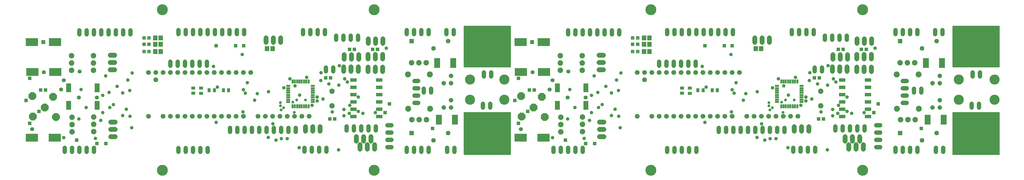
<source format=gts>
G75*
%MOIN*%
%OFA0B0*%
%FSLAX25Y25*%
%IPPOS*%
%LPD*%
%AMOC8*
5,1,8,0,0,1.08239X$1,22.5*
%
%ADD10C,0.01600*%
%ADD11R,0.05131X0.04737*%
%ADD12C,0.06800*%
%ADD13OC8,0.10800*%
%ADD14R,0.08700X0.05100*%
%ADD15C,0.06600*%
%ADD16C,0.07550*%
%ADD17R,0.05800X0.03000*%
%ADD18R,0.03000X0.05800*%
%ADD19C,0.07300*%
%ADD20C,0.06000*%
%ADD21R,0.16548X0.10643*%
%ADD22R,0.06981X0.11902*%
%ADD23R,0.03950X0.05524*%
%ADD24R,0.05524X0.03950*%
%ADD25R,0.06343X0.06343*%
%ADD26C,0.06343*%
%ADD27R,0.07887X0.13398*%
%ADD28OC8,0.06000*%
%ADD29C,0.08200*%
%ADD30R,0.05918X0.06706*%
%ADD31C,0.01421*%
%ADD32R,0.02769X0.13792*%
%ADD33R,0.02375X0.02769*%
%ADD34R,0.05918X0.13792*%
%ADD35R,0.04737X0.05131*%
%ADD36C,0.14973*%
%ADD37C,0.13792*%
%ADD38C,0.04762*%
%ADD39R,0.04762X0.04762*%
%ADD40C,0.03900*%
%ADD41C,0.05550*%
%ADD42R,0.05550X0.05550*%
%ADD43R,0.03900X0.03900*%
D10*
X0719526Y0125902D02*
X0782518Y0125902D01*
X0782518Y0182988D01*
X0719526Y0182988D01*
X0719526Y0125902D01*
X0719526Y0127130D02*
X0782518Y0127130D01*
X0782518Y0128729D02*
X0719526Y0128729D01*
X0719526Y0130327D02*
X0782518Y0130327D01*
X0782518Y0131926D02*
X0719526Y0131926D01*
X0719526Y0133524D02*
X0782518Y0133524D01*
X0782518Y0135123D02*
X0719526Y0135123D01*
X0719526Y0136721D02*
X0782518Y0136721D01*
X0782518Y0138320D02*
X0719526Y0138320D01*
X0719526Y0139918D02*
X0782518Y0139918D01*
X0782518Y0141517D02*
X0719526Y0141517D01*
X0719526Y0143115D02*
X0782518Y0143115D01*
X0782518Y0144714D02*
X0719526Y0144714D01*
X0719526Y0146312D02*
X0782518Y0146312D01*
X0782518Y0147911D02*
X0719526Y0147911D01*
X0719526Y0149509D02*
X0782518Y0149509D01*
X0782518Y0151108D02*
X0719526Y0151108D01*
X0719526Y0152706D02*
X0782518Y0152706D01*
X0782518Y0154305D02*
X0719526Y0154305D01*
X0719526Y0155903D02*
X0782518Y0155903D01*
X0782518Y0157502D02*
X0719526Y0157502D01*
X0719526Y0159100D02*
X0782518Y0159100D01*
X0782518Y0160699D02*
X0719526Y0160699D01*
X0719526Y0162297D02*
X0782518Y0162297D01*
X0782518Y0163896D02*
X0719526Y0163896D01*
X0719526Y0165494D02*
X0782518Y0165494D01*
X0782518Y0167093D02*
X0719526Y0167093D01*
X0719526Y0168691D02*
X0782518Y0168691D01*
X0782518Y0170290D02*
X0719526Y0170290D01*
X0719526Y0171888D02*
X0782518Y0171888D01*
X0782518Y0173487D02*
X0719526Y0173487D01*
X0719526Y0175085D02*
X0782518Y0175085D01*
X0782518Y0176684D02*
X0719526Y0176684D01*
X0719526Y0178282D02*
X0782518Y0178282D01*
X0782518Y0179881D02*
X0719526Y0179881D01*
X0719526Y0181479D02*
X0782518Y0181479D01*
X0782518Y0245980D02*
X0719526Y0245980D01*
X0719526Y0301098D01*
X0782518Y0301098D01*
X0782518Y0245980D01*
X0782518Y0247018D02*
X0719526Y0247018D01*
X0719526Y0248617D02*
X0782518Y0248617D01*
X0782518Y0250215D02*
X0719526Y0250215D01*
X0719526Y0251814D02*
X0782518Y0251814D01*
X0782518Y0253412D02*
X0719526Y0253412D01*
X0719526Y0255011D02*
X0782518Y0255011D01*
X0782518Y0256610D02*
X0719526Y0256610D01*
X0719526Y0258208D02*
X0782518Y0258208D01*
X0782518Y0259807D02*
X0719526Y0259807D01*
X0719526Y0261405D02*
X0782518Y0261405D01*
X0782518Y0263004D02*
X0719526Y0263004D01*
X0719526Y0264602D02*
X0782518Y0264602D01*
X0782518Y0266201D02*
X0719526Y0266201D01*
X0719526Y0267799D02*
X0782518Y0267799D01*
X0782518Y0269398D02*
X0719526Y0269398D01*
X0719526Y0270996D02*
X0782518Y0270996D01*
X0782518Y0272595D02*
X0719526Y0272595D01*
X0719526Y0274193D02*
X0782518Y0274193D01*
X0782518Y0275792D02*
X0719526Y0275792D01*
X0719526Y0277390D02*
X0782518Y0277390D01*
X0782518Y0278989D02*
X0719526Y0278989D01*
X0719526Y0280587D02*
X0782518Y0280587D01*
X0782518Y0282186D02*
X0719526Y0282186D01*
X0719526Y0283784D02*
X0782518Y0283784D01*
X0782518Y0285383D02*
X0719526Y0285383D01*
X0719526Y0286981D02*
X0782518Y0286981D01*
X0782518Y0288580D02*
X0719526Y0288580D01*
X0719526Y0290178D02*
X0782518Y0290178D01*
X0782518Y0291777D02*
X0719526Y0291777D01*
X0719526Y0293375D02*
X0782518Y0293375D01*
X0782518Y0294974D02*
X0719526Y0294974D01*
X0719526Y0296572D02*
X0782518Y0296572D01*
X0782518Y0298171D02*
X0719526Y0298171D01*
X0719526Y0299769D02*
X0782518Y0299769D01*
X1388817Y0299769D02*
X1451809Y0299769D01*
X1451809Y0301098D02*
X1388817Y0301098D01*
X1388817Y0245980D01*
X1451809Y0245980D01*
X1451809Y0301098D01*
X1451809Y0298171D02*
X1388817Y0298171D01*
X1388817Y0296572D02*
X1451809Y0296572D01*
X1451809Y0294974D02*
X1388817Y0294974D01*
X1388817Y0293375D02*
X1451809Y0293375D01*
X1451809Y0291777D02*
X1388817Y0291777D01*
X1388817Y0290178D02*
X1451809Y0290178D01*
X1451809Y0288580D02*
X1388817Y0288580D01*
X1388817Y0286981D02*
X1451809Y0286981D01*
X1451809Y0285383D02*
X1388817Y0285383D01*
X1388817Y0283784D02*
X1451809Y0283784D01*
X1451809Y0282186D02*
X1388817Y0282186D01*
X1388817Y0280587D02*
X1451809Y0280587D01*
X1451809Y0278989D02*
X1388817Y0278989D01*
X1388817Y0277390D02*
X1451809Y0277390D01*
X1451809Y0275792D02*
X1388817Y0275792D01*
X1388817Y0274193D02*
X1451809Y0274193D01*
X1451809Y0272595D02*
X1388817Y0272595D01*
X1388817Y0270996D02*
X1451809Y0270996D01*
X1451809Y0269398D02*
X1388817Y0269398D01*
X1388817Y0267799D02*
X1451809Y0267799D01*
X1451809Y0266201D02*
X1388817Y0266201D01*
X1388817Y0264602D02*
X1451809Y0264602D01*
X1451809Y0263004D02*
X1388817Y0263004D01*
X1388817Y0261405D02*
X1451809Y0261405D01*
X1451809Y0259807D02*
X1388817Y0259807D01*
X1388817Y0258208D02*
X1451809Y0258208D01*
X1451809Y0256610D02*
X1388817Y0256610D01*
X1388817Y0255011D02*
X1451809Y0255011D01*
X1451809Y0253412D02*
X1388817Y0253412D01*
X1388817Y0251814D02*
X1451809Y0251814D01*
X1451809Y0250215D02*
X1388817Y0250215D01*
X1388817Y0248617D02*
X1451809Y0248617D01*
X1451809Y0247018D02*
X1388817Y0247018D01*
X1388817Y0182988D02*
X1451809Y0182988D01*
X1451809Y0125902D01*
X1388817Y0125902D01*
X1388817Y0182988D01*
X1388817Y0181479D02*
X1451809Y0181479D01*
X1451809Y0179881D02*
X1388817Y0179881D01*
X1388817Y0178282D02*
X1451809Y0178282D01*
X1451809Y0176684D02*
X1388817Y0176684D01*
X1388817Y0175085D02*
X1451809Y0175085D01*
X1451809Y0173487D02*
X1388817Y0173487D01*
X1388817Y0171888D02*
X1451809Y0171888D01*
X1451809Y0170290D02*
X1388817Y0170290D01*
X1388817Y0168691D02*
X1451809Y0168691D01*
X1451809Y0167093D02*
X1388817Y0167093D01*
X1388817Y0165494D02*
X1451809Y0165494D01*
X1451809Y0163896D02*
X1388817Y0163896D01*
X1388817Y0162297D02*
X1451809Y0162297D01*
X1451809Y0160699D02*
X1388817Y0160699D01*
X1388817Y0159100D02*
X1451809Y0159100D01*
X1451809Y0157502D02*
X1388817Y0157502D01*
X1388817Y0155903D02*
X1451809Y0155903D01*
X1451809Y0154305D02*
X1388817Y0154305D01*
X1388817Y0152706D02*
X1451809Y0152706D01*
X1451809Y0151108D02*
X1388817Y0151108D01*
X1388817Y0149509D02*
X1451809Y0149509D01*
X1451809Y0147911D02*
X1388817Y0147911D01*
X1388817Y0146312D02*
X1451809Y0146312D01*
X1451809Y0144714D02*
X1388817Y0144714D01*
X1388817Y0143115D02*
X1451809Y0143115D01*
X1451809Y0141517D02*
X1388817Y0141517D01*
X1388817Y0139918D02*
X1451809Y0139918D01*
X1451809Y0138320D02*
X1388817Y0138320D01*
X1388817Y0136721D02*
X1451809Y0136721D01*
X1451809Y0135123D02*
X1388817Y0135123D01*
X1388817Y0133524D02*
X1451809Y0133524D01*
X1451809Y0131926D02*
X1388817Y0131926D01*
X1388817Y0130327D02*
X1451809Y0130327D01*
X1451809Y0128729D02*
X1388817Y0128729D01*
X1388817Y0127130D02*
X1451809Y0127130D01*
D11*
X1211385Y0174209D03*
X1204693Y0174209D03*
X1205726Y0230665D03*
X1199033Y0230665D03*
X0815392Y0213992D03*
X0808699Y0213992D03*
X0542094Y0174209D03*
X0535401Y0174209D03*
X0536435Y0230665D03*
X0529742Y0230665D03*
X0146100Y0213992D03*
X0139407Y0213992D03*
D12*
X0234793Y0241650D02*
X0240793Y0241650D01*
X0240793Y0251650D02*
X0234793Y0251650D01*
X0234793Y0261650D02*
X0240793Y0261650D01*
X0448112Y0279382D02*
X0448112Y0285382D01*
X0458112Y0285382D02*
X0458112Y0279382D01*
X0468112Y0279382D02*
X0468112Y0285382D01*
X0555297Y0262374D02*
X0555297Y0256374D01*
X0565297Y0256374D02*
X0565297Y0262374D01*
X0575297Y0262374D02*
X0575297Y0256374D01*
X0587974Y0256453D02*
X0587974Y0262453D01*
X0597974Y0262453D02*
X0597974Y0256453D01*
X0607974Y0256453D02*
X0607974Y0262453D01*
X0608100Y0277835D02*
X0608100Y0283835D01*
X0598100Y0283835D02*
X0598100Y0277835D01*
X0588100Y0277835D02*
X0588100Y0283835D01*
X0587974Y0245366D02*
X0587974Y0239366D01*
X0597974Y0239366D02*
X0597974Y0245366D01*
X0607974Y0245366D02*
X0607974Y0239366D01*
X0574510Y0239681D02*
X0574510Y0245681D01*
X0564510Y0245681D02*
X0564510Y0239681D01*
X0554510Y0239681D02*
X0554510Y0245681D01*
X0241581Y0169988D02*
X0235581Y0169988D01*
X0235581Y0159988D02*
X0241581Y0159988D01*
X0241581Y0149988D02*
X0235581Y0149988D01*
X0502072Y0157490D02*
X0502072Y0163490D01*
X0512072Y0163490D02*
X0512072Y0157490D01*
X0522072Y0157490D02*
X0522072Y0163490D01*
X0571993Y0149955D02*
X0571993Y0143955D01*
X0576793Y0138744D02*
X0576793Y0132744D01*
X0586793Y0132744D02*
X0586793Y0138744D01*
X0581993Y0143955D02*
X0581993Y0149955D01*
X0591993Y0149955D02*
X0591993Y0143955D01*
X0596793Y0138744D02*
X0596793Y0132744D01*
X0904872Y0149988D02*
X0910872Y0149988D01*
X0910872Y0159988D02*
X0904872Y0159988D01*
X0904872Y0169988D02*
X0910872Y0169988D01*
X1171363Y0163490D02*
X1171363Y0157490D01*
X1181363Y0157490D02*
X1181363Y0163490D01*
X1191363Y0163490D02*
X1191363Y0157490D01*
X1241285Y0149955D02*
X1241285Y0143955D01*
X1246085Y0138744D02*
X1246085Y0132744D01*
X1256085Y0132744D02*
X1256085Y0138744D01*
X1251285Y0143955D02*
X1251285Y0149955D01*
X1261285Y0149955D02*
X1261285Y0143955D01*
X1266085Y0138744D02*
X1266085Y0132744D01*
X1267266Y0239366D02*
X1267266Y0245366D01*
X1277266Y0245366D02*
X1277266Y0239366D01*
X1257266Y0239366D02*
X1257266Y0245366D01*
X1243801Y0245681D02*
X1243801Y0239681D01*
X1233801Y0239681D02*
X1233801Y0245681D01*
X1223801Y0245681D02*
X1223801Y0239681D01*
X1224589Y0256374D02*
X1224589Y0262374D01*
X1234589Y0262374D02*
X1234589Y0256374D01*
X1244589Y0256374D02*
X1244589Y0262374D01*
X1257266Y0262453D02*
X1257266Y0256453D01*
X1267266Y0256453D02*
X1267266Y0262453D01*
X1277266Y0262453D02*
X1277266Y0256453D01*
X1277392Y0277835D02*
X1277392Y0283835D01*
X1267392Y0283835D02*
X1267392Y0277835D01*
X1257392Y0277835D02*
X1257392Y0283835D01*
X1137404Y0285382D02*
X1137404Y0279382D01*
X1127404Y0279382D02*
X1127404Y0285382D01*
X1117404Y0285382D02*
X1117404Y0279382D01*
X0910085Y0261650D02*
X0904085Y0261650D01*
X0904085Y0251650D02*
X0910085Y0251650D01*
X0910085Y0241650D02*
X0904085Y0241650D01*
D13*
X0825707Y0204484D03*
X0797360Y0205665D03*
X0814407Y0189878D03*
X0829801Y0176807D03*
X0798305Y0177516D03*
X0160510Y0176807D03*
X0129014Y0177516D03*
X0145116Y0189878D03*
X0156415Y0204484D03*
X0128069Y0205665D03*
D14*
X0567889Y0207634D03*
X0567889Y0217634D03*
X0567889Y0227634D03*
X0603289Y0227634D03*
X0603289Y0217634D03*
X0603289Y0207634D03*
X0603289Y0197634D03*
X0603289Y0187634D03*
X0603289Y0177634D03*
X0567889Y0177634D03*
X0567889Y0187634D03*
X0567889Y0197634D03*
X1237180Y0197634D03*
X1272580Y0197634D03*
X1272580Y0207634D03*
X1272580Y0217634D03*
X1237180Y0217634D03*
X1237180Y0207634D03*
X1237180Y0227634D03*
X1272580Y0227634D03*
X1272580Y0187634D03*
X1237180Y0187634D03*
X1237180Y0177634D03*
X1272580Y0177634D03*
D15*
X1176392Y0177862D03*
X1166392Y0177862D03*
X1156392Y0177862D03*
X1146392Y0177862D03*
X1136392Y0177862D03*
X1126392Y0177862D03*
X1116392Y0177862D03*
X1106392Y0177862D03*
X1086392Y0177862D03*
X1076392Y0177862D03*
X1066392Y0177862D03*
X1056392Y0177862D03*
X1046392Y0177862D03*
X1036392Y0177862D03*
X1026392Y0177862D03*
X1016392Y0177862D03*
X1006392Y0177862D03*
X0996392Y0177862D03*
X0986392Y0177862D03*
X0976392Y0177862D03*
X0956392Y0177862D03*
X0966392Y0227862D03*
X0966392Y0237862D03*
X0976392Y0237862D03*
X0986392Y0237862D03*
X0996392Y0237862D03*
X1006392Y0237862D03*
X1016392Y0237862D03*
X1026392Y0237862D03*
X1036392Y0237862D03*
X1046392Y0237862D03*
X1056392Y0237862D03*
X1066392Y0237862D03*
X1076392Y0237862D03*
X1086392Y0237862D03*
X1096392Y0237862D03*
X0956392Y0237862D03*
X0507100Y0177862D03*
X0497100Y0177862D03*
X0487100Y0177862D03*
X0477100Y0177862D03*
X0467100Y0177862D03*
X0457100Y0177862D03*
X0447100Y0177862D03*
X0437100Y0177862D03*
X0417100Y0177862D03*
X0407100Y0177862D03*
X0397100Y0177862D03*
X0387100Y0177862D03*
X0377100Y0177862D03*
X0367100Y0177862D03*
X0357100Y0177862D03*
X0347100Y0177862D03*
X0337100Y0177862D03*
X0327100Y0177862D03*
X0317100Y0177862D03*
X0307100Y0177862D03*
X0287100Y0177862D03*
X0297100Y0227862D03*
X0297100Y0237862D03*
X0287100Y0237862D03*
X0307100Y0237862D03*
X0317100Y0237862D03*
X0327100Y0237862D03*
X0337100Y0237862D03*
X0347100Y0237862D03*
X0357100Y0237862D03*
X0367100Y0237862D03*
X0377100Y0237862D03*
X0387100Y0237862D03*
X0397100Y0237862D03*
X0407100Y0237862D03*
X0417100Y0237862D03*
X0427100Y0237862D03*
D16*
X0211793Y0240941D03*
X0181998Y0240862D03*
X0181998Y0250862D03*
X0211793Y0250941D03*
X0211793Y0260941D03*
X0181998Y0260862D03*
X0182675Y0176650D03*
X0212085Y0177043D03*
X0212085Y0167043D03*
X0182675Y0166650D03*
X0182675Y0156650D03*
X0212085Y0157043D03*
X0647852Y0173146D03*
X0657852Y0173146D03*
X0667852Y0173146D03*
X0851967Y0176650D03*
X0881376Y0177043D03*
X0881376Y0167043D03*
X0851967Y0166650D03*
X0851967Y0156650D03*
X0881376Y0157043D03*
X0881085Y0240941D03*
X0851289Y0240862D03*
X0851289Y0250862D03*
X0881085Y0250941D03*
X0881085Y0260941D03*
X0851289Y0260862D03*
X0667360Y0251394D03*
X0657360Y0251394D03*
X0647360Y0251394D03*
X1316652Y0251394D03*
X1326652Y0251394D03*
X1336652Y0251394D03*
X1337144Y0173146D03*
X1327144Y0173146D03*
X1317144Y0173146D03*
D17*
X1181615Y0197484D03*
X1181615Y0200634D03*
X1181615Y0203783D03*
X1181615Y0206933D03*
X1181615Y0210083D03*
X1181615Y0213232D03*
X1181615Y0216382D03*
X1181615Y0219531D03*
X1147815Y0219531D03*
X1147815Y0216382D03*
X1147815Y0213232D03*
X1147815Y0210083D03*
X1147815Y0206933D03*
X1147815Y0203783D03*
X1147815Y0200634D03*
X1147815Y0197484D03*
X0512323Y0197484D03*
X0512323Y0200634D03*
X0512323Y0203783D03*
X0512323Y0206933D03*
X0512323Y0210083D03*
X0512323Y0213232D03*
X0512323Y0216382D03*
X0512323Y0219531D03*
X0478523Y0219531D03*
X0478523Y0216382D03*
X0478523Y0213232D03*
X0478523Y0210083D03*
X0478523Y0206933D03*
X0478523Y0203783D03*
X0478523Y0200634D03*
X0478523Y0197484D03*
D18*
X0484400Y0191608D03*
X0487549Y0191608D03*
X0490699Y0191608D03*
X0493848Y0191608D03*
X0496998Y0191608D03*
X0500148Y0191608D03*
X0503297Y0191608D03*
X0506447Y0191608D03*
X0506447Y0225408D03*
X0503297Y0225408D03*
X0500148Y0225408D03*
X0496998Y0225408D03*
X0493848Y0225408D03*
X0490699Y0225408D03*
X0487549Y0225408D03*
X0484400Y0225408D03*
X1153691Y0225408D03*
X1156841Y0225408D03*
X1159990Y0225408D03*
X1163140Y0225408D03*
X1166289Y0225408D03*
X1169439Y0225408D03*
X1172589Y0225408D03*
X1175738Y0225408D03*
X1175738Y0191608D03*
X1172589Y0191608D03*
X1169439Y0191608D03*
X1166289Y0191608D03*
X1163140Y0191608D03*
X1159990Y0191608D03*
X1156841Y0191608D03*
X1153691Y0191608D03*
D19*
X1207726Y0192185D03*
X1207726Y0212185D03*
X0538435Y0212185D03*
X0538435Y0192185D03*
D20*
X0614563Y0165429D02*
X0619763Y0165429D01*
X0598667Y0163738D02*
X0598667Y0158538D01*
X0588667Y0158538D02*
X0588667Y0163738D01*
X0578667Y0163738D02*
X0578667Y0158538D01*
X0568667Y0158538D02*
X0568667Y0163738D01*
X0558667Y0163738D02*
X0558667Y0158538D01*
X0614563Y0155429D02*
X0619763Y0155429D01*
X0619763Y0145429D02*
X0614563Y0145429D01*
X0614563Y0135429D02*
X0619763Y0135429D01*
X0640963Y0134407D02*
X0640963Y0129207D01*
X0650963Y0129207D02*
X0650963Y0134407D01*
X0660963Y0134407D02*
X0660963Y0129207D01*
X0670963Y0129207D02*
X0670963Y0134407D01*
X0696081Y0134407D02*
X0696081Y0129207D01*
X0706081Y0129207D02*
X0706081Y0134407D01*
X0841886Y0134433D02*
X0841886Y0129233D01*
X0851886Y0129233D02*
X0851886Y0134433D01*
X0861886Y0134433D02*
X0861886Y0129233D01*
X0871886Y0129233D02*
X0871886Y0134433D01*
X0881886Y0134433D02*
X0881886Y0129233D01*
X0997427Y0129093D02*
X0997427Y0134293D01*
X1007427Y0134293D02*
X1007427Y0129093D01*
X1017427Y0129093D02*
X1017427Y0134293D01*
X1027427Y0134293D02*
X1027427Y0129093D01*
X1037427Y0129093D02*
X1037427Y0134293D01*
X1068176Y0156566D02*
X1068176Y0161766D01*
X1078176Y0161766D02*
X1078176Y0156566D01*
X1088176Y0156566D02*
X1088176Y0161766D01*
X1098176Y0161766D02*
X1098176Y0156566D01*
X1108176Y0156566D02*
X1108176Y0161766D01*
X1118176Y0161766D02*
X1118176Y0156566D01*
X1128176Y0156566D02*
X1128176Y0161766D01*
X1138176Y0161766D02*
X1138176Y0156566D01*
X1148176Y0156566D02*
X1148176Y0161766D01*
X1158176Y0161766D02*
X1158176Y0156566D01*
X1227959Y0158538D02*
X1227959Y0163738D01*
X1237959Y0163738D02*
X1237959Y0158538D01*
X1247959Y0158538D02*
X1247959Y0163738D01*
X1257959Y0163738D02*
X1257959Y0158538D01*
X1267959Y0158538D02*
X1267959Y0163738D01*
X1283855Y0165429D02*
X1289055Y0165429D01*
X1289055Y0155429D02*
X1283855Y0155429D01*
X1283855Y0145429D02*
X1289055Y0145429D01*
X1289055Y0135429D02*
X1283855Y0135429D01*
X1310254Y0134407D02*
X1310254Y0129207D01*
X1320254Y0129207D02*
X1320254Y0134407D01*
X1330254Y0134407D02*
X1330254Y0129207D01*
X1340254Y0129207D02*
X1340254Y0134407D01*
X1365372Y0134407D02*
X1365372Y0129207D01*
X1375372Y0129207D02*
X1375372Y0134407D01*
X1200230Y0134607D02*
X1200230Y0129407D01*
X1190230Y0129407D02*
X1190230Y0134607D01*
X1180230Y0134607D02*
X1180230Y0129407D01*
X1170230Y0129407D02*
X1170230Y0134607D01*
X1320185Y0196240D02*
X1325385Y0196240D01*
X1325385Y0206240D02*
X1320185Y0206240D01*
X1335352Y0210408D02*
X1335352Y0215608D01*
X1325385Y0216240D02*
X1320185Y0216240D01*
X1345352Y0215608D02*
X1345352Y0210408D01*
X1325385Y0226240D02*
X1320185Y0226240D01*
X1415729Y0232683D02*
X1415729Y0237883D01*
X1425729Y0237883D02*
X1425729Y0232683D01*
X1424585Y0194939D02*
X1424585Y0189739D01*
X1414585Y0189739D02*
X1414585Y0194939D01*
X1209526Y0239443D02*
X1209526Y0244643D01*
X1199526Y0244643D02*
X1199526Y0239443D01*
X1036356Y0247317D02*
X1036356Y0252517D01*
X1026356Y0252517D02*
X1026356Y0247317D01*
X1016356Y0247317D02*
X1016356Y0252517D01*
X1006356Y0252517D02*
X1006356Y0247317D01*
X0996356Y0247317D02*
X0996356Y0252517D01*
X0986356Y0252517D02*
X0986356Y0247317D01*
X0997360Y0290624D02*
X0997360Y0295824D01*
X1007360Y0295824D02*
X1007360Y0290624D01*
X1017360Y0290624D02*
X1017360Y0295824D01*
X1027360Y0295824D02*
X1027360Y0290624D01*
X1037360Y0290624D02*
X1037360Y0295824D01*
X1047360Y0295824D02*
X1047360Y0290624D01*
X1057360Y0290624D02*
X1057360Y0295824D01*
X1067360Y0295824D02*
X1067360Y0290624D01*
X1077360Y0290624D02*
X1077360Y0295824D01*
X1087360Y0295824D02*
X1087360Y0290624D01*
X1168030Y0290624D02*
X1168030Y0295824D01*
X1178030Y0295824D02*
X1178030Y0290624D01*
X1188030Y0290624D02*
X1188030Y0295824D01*
X1198030Y0295824D02*
X1198030Y0290624D01*
X1213502Y0288210D02*
X1213502Y0283010D01*
X1223502Y0283010D02*
X1223502Y0288210D01*
X1233502Y0288210D02*
X1233502Y0283010D01*
X1243502Y0283010D02*
X1243502Y0288210D01*
X1310254Y0290624D02*
X1310254Y0295824D01*
X1320254Y0295824D02*
X1320254Y0290624D01*
X1330254Y0290624D02*
X1330254Y0295824D01*
X1340254Y0295824D02*
X1340254Y0290624D01*
X1364368Y0290624D02*
X1364368Y0295824D01*
X1374368Y0295824D02*
X1374368Y0290624D01*
X0931886Y0290333D02*
X0931886Y0295533D01*
X0921886Y0295533D02*
X0921886Y0290333D01*
X0911886Y0290333D02*
X0911886Y0295533D01*
X0901886Y0295533D02*
X0901886Y0290333D01*
X0891886Y0290333D02*
X0891886Y0295533D01*
X0881886Y0295533D02*
X0881886Y0290333D01*
X0871886Y0290333D02*
X0871886Y0295533D01*
X0861886Y0295533D02*
X0861886Y0290333D01*
X0705077Y0290624D02*
X0705077Y0295824D01*
X0695077Y0295824D02*
X0695077Y0290624D01*
X0670963Y0290624D02*
X0670963Y0295824D01*
X0660963Y0295824D02*
X0660963Y0290624D01*
X0650963Y0290624D02*
X0650963Y0295824D01*
X0640963Y0295824D02*
X0640963Y0290624D01*
X0574211Y0288210D02*
X0574211Y0283010D01*
X0564211Y0283010D02*
X0564211Y0288210D01*
X0554211Y0288210D02*
X0554211Y0283010D01*
X0544211Y0283010D02*
X0544211Y0288210D01*
X0528738Y0290624D02*
X0528738Y0295824D01*
X0518738Y0295824D02*
X0518738Y0290624D01*
X0508738Y0290624D02*
X0508738Y0295824D01*
X0498738Y0295824D02*
X0498738Y0290624D01*
X0418069Y0290624D02*
X0418069Y0295824D01*
X0408069Y0295824D02*
X0408069Y0290624D01*
X0398069Y0290624D02*
X0398069Y0295824D01*
X0388069Y0295824D02*
X0388069Y0290624D01*
X0378069Y0290624D02*
X0378069Y0295824D01*
X0368069Y0295824D02*
X0368069Y0290624D01*
X0358069Y0290624D02*
X0358069Y0295824D01*
X0348069Y0295824D02*
X0348069Y0290624D01*
X0338069Y0290624D02*
X0338069Y0295824D01*
X0328069Y0295824D02*
X0328069Y0290624D01*
X0262595Y0290333D02*
X0262595Y0295533D01*
X0252595Y0295533D02*
X0252595Y0290333D01*
X0242595Y0290333D02*
X0242595Y0295533D01*
X0232595Y0295533D02*
X0232595Y0290333D01*
X0222595Y0290333D02*
X0222595Y0295533D01*
X0212595Y0295533D02*
X0212595Y0290333D01*
X0202595Y0290333D02*
X0202595Y0295533D01*
X0192595Y0295533D02*
X0192595Y0290333D01*
X0317065Y0252517D02*
X0317065Y0247317D01*
X0327065Y0247317D02*
X0327065Y0252517D01*
X0337065Y0252517D02*
X0337065Y0247317D01*
X0347065Y0247317D02*
X0347065Y0252517D01*
X0357065Y0252517D02*
X0357065Y0247317D01*
X0367065Y0247317D02*
X0367065Y0252517D01*
X0530234Y0244643D02*
X0530234Y0239443D01*
X0540234Y0239443D02*
X0540234Y0244643D01*
X0651359Y0226366D02*
X0656559Y0226366D01*
X0656559Y0216366D02*
X0651359Y0216366D01*
X0664093Y0215608D02*
X0664093Y0210408D01*
X0656559Y0206366D02*
X0651359Y0206366D01*
X0674093Y0210408D02*
X0674093Y0215608D01*
X0746437Y0232683D02*
X0746437Y0237883D01*
X0756437Y0237883D02*
X0756437Y0232683D01*
X0755293Y0194939D02*
X0755293Y0189739D01*
X0745293Y0189739D02*
X0745293Y0194939D01*
X0656559Y0196366D02*
X0651359Y0196366D01*
X0488885Y0161766D02*
X0488885Y0156566D01*
X0478885Y0156566D02*
X0478885Y0161766D01*
X0468885Y0161766D02*
X0468885Y0156566D01*
X0458885Y0156566D02*
X0458885Y0161766D01*
X0448885Y0161766D02*
X0448885Y0156566D01*
X0438885Y0156566D02*
X0438885Y0161766D01*
X0428885Y0161766D02*
X0428885Y0156566D01*
X0418885Y0156566D02*
X0418885Y0161766D01*
X0408885Y0161766D02*
X0408885Y0156566D01*
X0398885Y0156566D02*
X0398885Y0161766D01*
X0368136Y0134293D02*
X0368136Y0129093D01*
X0358136Y0129093D02*
X0358136Y0134293D01*
X0348136Y0134293D02*
X0348136Y0129093D01*
X0338136Y0129093D02*
X0338136Y0134293D01*
X0328136Y0134293D02*
X0328136Y0129093D01*
X0212595Y0129233D02*
X0212595Y0134433D01*
X0202595Y0134433D02*
X0202595Y0129233D01*
X0192595Y0129233D02*
X0192595Y0134433D01*
X0182595Y0134433D02*
X0182595Y0129233D01*
X0172595Y0129233D02*
X0172595Y0134433D01*
X0500938Y0134607D02*
X0500938Y0129407D01*
X0510938Y0129407D02*
X0510938Y0134607D01*
X0520938Y0134607D02*
X0520938Y0129407D01*
X0530938Y0129407D02*
X0530938Y0134607D01*
D21*
X0796754Y0148539D03*
X0828250Y0148539D03*
X0828809Y0238547D03*
X0797313Y0238547D03*
X0796951Y0279642D03*
X0828447Y0279642D03*
X0159156Y0279642D03*
X0127659Y0279642D03*
X0128022Y0238547D03*
X0159518Y0238547D03*
X0158959Y0148539D03*
X0127463Y0148539D03*
D22*
X0177746Y0192972D03*
X0216801Y0192972D03*
X0216801Y0216831D03*
X0177746Y0216831D03*
X0847037Y0216831D03*
X0886093Y0216831D03*
X0886093Y0192972D03*
X0847037Y0192972D03*
D23*
X1039612Y0213461D03*
X1046699Y0213461D03*
X1059124Y0213461D03*
X1066211Y0213461D03*
X0396919Y0213461D03*
X0389833Y0213461D03*
X0377407Y0213461D03*
X0370321Y0213461D03*
D24*
X0359329Y0216413D03*
X0348423Y0216665D03*
X0348423Y0209579D03*
X0359329Y0209327D03*
X1017715Y0209579D03*
X1028620Y0209327D03*
X1028620Y0216413D03*
X1017715Y0216665D03*
D25*
X1316671Y0154858D03*
X1316671Y0280843D03*
X0647380Y0280843D03*
X0647380Y0154858D03*
D26*
X0677380Y0144858D03*
X0697380Y0154858D03*
X0677380Y0270843D03*
X0697380Y0280843D03*
X1346671Y0270843D03*
X1366671Y0280843D03*
X1366671Y0154858D03*
X1346671Y0144858D03*
D27*
X1354171Y0173146D03*
X1376219Y0173146D03*
X1373758Y0250902D03*
X1351711Y0250902D03*
X0704467Y0250902D03*
X0682419Y0250902D03*
X0684880Y0173146D03*
X0706927Y0173146D03*
D28*
X0701396Y0189799D03*
X0691396Y0189799D03*
X0701396Y0199799D03*
X0701396Y0223264D03*
X0691396Y0223264D03*
X0701396Y0233264D03*
X1360687Y0223264D03*
X1370687Y0223264D03*
X1370687Y0233264D03*
X1370687Y0199799D03*
X1370687Y0189799D03*
X1360687Y0189799D03*
D29*
X1342301Y0188402D03*
X1312301Y0188402D03*
X1311809Y0235154D03*
X1341809Y0235154D03*
X0672518Y0235154D03*
X0642518Y0235154D03*
X0643010Y0188402D03*
X0673010Y0188402D03*
D30*
X0965785Y0266650D03*
X0973266Y0266650D03*
X0973266Y0276492D03*
X0965785Y0276492D03*
X0965785Y0285350D03*
X0973266Y0285350D03*
X1118837Y0270587D03*
X1126317Y0270587D03*
X0457026Y0270587D03*
X0449545Y0270587D03*
X0303974Y0266650D03*
X0296494Y0266650D03*
X0296494Y0276492D03*
X0303974Y0276492D03*
X0303974Y0285350D03*
X0296494Y0285350D03*
D31*
X0289597Y0287008D02*
X0289597Y0283692D01*
X0286281Y0283692D01*
X0286281Y0287008D01*
X0289597Y0287008D01*
X0289597Y0285112D02*
X0286281Y0285112D01*
X0286281Y0286532D02*
X0289597Y0286532D01*
X0282691Y0287008D02*
X0282691Y0283692D01*
X0279375Y0283692D01*
X0279375Y0287008D01*
X0282691Y0287008D01*
X0282691Y0285112D02*
X0279375Y0285112D01*
X0279375Y0286532D02*
X0282691Y0286532D01*
X0282691Y0278150D02*
X0282691Y0274834D01*
X0279375Y0274834D01*
X0279375Y0278150D01*
X0282691Y0278150D01*
X0282691Y0276254D02*
X0279375Y0276254D01*
X0279375Y0277674D02*
X0282691Y0277674D01*
X0289597Y0278150D02*
X0289597Y0274834D01*
X0286281Y0274834D01*
X0286281Y0278150D01*
X0289597Y0278150D01*
X0289597Y0276254D02*
X0286281Y0276254D01*
X0286281Y0277674D02*
X0289597Y0277674D01*
X0289597Y0268308D02*
X0289597Y0264992D01*
X0286281Y0264992D01*
X0286281Y0268308D01*
X0289597Y0268308D01*
X0289597Y0266412D02*
X0286281Y0266412D01*
X0286281Y0267832D02*
X0289597Y0267832D01*
X0282691Y0268308D02*
X0282691Y0264992D01*
X0279375Y0264992D01*
X0279375Y0268308D01*
X0282691Y0268308D01*
X0282691Y0266412D02*
X0279375Y0266412D01*
X0279375Y0267832D02*
X0282691Y0267832D01*
X0951983Y0268308D02*
X0951983Y0264992D01*
X0948667Y0264992D01*
X0948667Y0268308D01*
X0951983Y0268308D01*
X0951983Y0266412D02*
X0948667Y0266412D01*
X0948667Y0267832D02*
X0951983Y0267832D01*
X0958888Y0268308D02*
X0958888Y0264992D01*
X0955572Y0264992D01*
X0955572Y0268308D01*
X0958888Y0268308D01*
X0958888Y0266412D02*
X0955572Y0266412D01*
X0955572Y0267832D02*
X0958888Y0267832D01*
X0958888Y0274834D02*
X0958888Y0278150D01*
X0958888Y0274834D02*
X0955572Y0274834D01*
X0955572Y0278150D01*
X0958888Y0278150D01*
X0958888Y0276254D02*
X0955572Y0276254D01*
X0955572Y0277674D02*
X0958888Y0277674D01*
X0951983Y0278150D02*
X0951983Y0274834D01*
X0948667Y0274834D01*
X0948667Y0278150D01*
X0951983Y0278150D01*
X0951983Y0276254D02*
X0948667Y0276254D01*
X0948667Y0277674D02*
X0951983Y0277674D01*
X0951983Y0283692D02*
X0951983Y0287008D01*
X0951983Y0283692D02*
X0948667Y0283692D01*
X0948667Y0287008D01*
X0951983Y0287008D01*
X0951983Y0285112D02*
X0948667Y0285112D01*
X0948667Y0286532D02*
X0951983Y0286532D01*
X0958888Y0287008D02*
X0958888Y0283692D01*
X0955572Y0283692D01*
X0955572Y0287008D01*
X0958888Y0287008D01*
X0958888Y0285112D02*
X0955572Y0285112D01*
X0955572Y0286532D02*
X0958888Y0286532D01*
D32*
X0757599Y0273472D03*
X0745788Y0273472D03*
X0744624Y0154445D03*
X0756435Y0154445D03*
X1413915Y0154445D03*
X1425726Y0154445D03*
X1426890Y0273472D03*
X1415079Y0273472D03*
D33*
X1413701Y0273472D03*
X1428268Y0273472D03*
X1427104Y0154445D03*
X1412537Y0154445D03*
X0757813Y0154445D03*
X0743246Y0154445D03*
X0744410Y0273472D03*
X0758977Y0273472D03*
D34*
X0751693Y0273472D03*
X0750530Y0154445D03*
X1419821Y0154445D03*
X1420985Y0273472D03*
D35*
X1270116Y0269602D03*
X1263423Y0269602D03*
X1238620Y0269602D03*
X1231927Y0269602D03*
X0600825Y0269602D03*
X0594132Y0269602D03*
X0569329Y0269602D03*
X0562636Y0269602D03*
D36*
X0306195Y0103933D03*
X0596195Y0103933D03*
X0975195Y0103933D03*
X1265195Y0103933D03*
X1265195Y0323933D03*
X0975195Y0323933D03*
X0596195Y0323933D03*
X0306195Y0323933D03*
D37*
X0727400Y0228264D03*
X0774644Y0228264D03*
X0774644Y0200705D03*
X0727400Y0200705D03*
X1396691Y0200705D03*
X1445904Y0200705D03*
X1445904Y0228264D03*
X1396691Y0228264D03*
D38*
X1243856Y0204366D03*
X1195596Y0201685D03*
X1187553Y0199004D03*
X1187553Y0204366D03*
X1163423Y0207047D03*
X1141974Y0216878D03*
X1157167Y0219559D03*
X1192313Y0226760D03*
X1203640Y0222240D03*
X1217045Y0220453D03*
X1228663Y0224921D03*
X1225089Y0229390D03*
X1192915Y0237433D03*
X1173254Y0231177D03*
X1150018Y0229390D03*
X1091927Y0224028D03*
X1086565Y0214197D03*
X1089246Y0209728D03*
X1105333Y0208835D03*
X1120857Y0211516D03*
X1101758Y0199898D03*
X1085671Y0183811D03*
X1049123Y0169512D03*
X1126781Y0167724D03*
X1120526Y0148957D03*
X1131250Y0145382D03*
X1138400Y0147169D03*
X1146443Y0147169D03*
X1162936Y0134764D03*
X1216770Y0132008D03*
X1224195Y0178449D03*
X1231344Y0182024D03*
X1243856Y0184705D03*
X1250112Y0182024D03*
X1267093Y0182917D03*
X1232238Y0192748D03*
X1224195Y0187386D03*
X1208202Y0183811D03*
X1180404Y0192748D03*
X1050817Y0217772D03*
X0934093Y0237122D03*
X0897675Y0233185D03*
X0928187Y0227464D03*
X0913423Y0218974D03*
X0930920Y0213194D03*
X0921297Y0210055D03*
X0902596Y0210547D03*
X0893738Y0206610D03*
X0864211Y0214484D03*
X0908502Y0193815D03*
X0903581Y0189878D03*
X0893738Y0182988D03*
X0871100Y0189878D03*
X0921297Y0178933D03*
X0931140Y0177812D03*
X0926219Y0187559D03*
X0891278Y0172161D03*
X0861258Y0174130D03*
X0933311Y0162103D03*
X0883896Y0147555D03*
X0840589Y0148539D03*
X0597801Y0182917D03*
X0580821Y0182024D03*
X0574565Y0184705D03*
X0562053Y0182024D03*
X0554904Y0178449D03*
X0538911Y0183811D03*
X0554904Y0187386D03*
X0562947Y0192748D03*
X0526305Y0201685D03*
X0518262Y0199004D03*
X0518262Y0204366D03*
X0494132Y0207047D03*
X0472683Y0216878D03*
X0487876Y0219559D03*
X0523022Y0226760D03*
X0534348Y0222240D03*
X0547754Y0220453D03*
X0559372Y0224921D03*
X0555797Y0229390D03*
X0523624Y0237433D03*
X0503963Y0231177D03*
X0480726Y0229390D03*
X0422636Y0224028D03*
X0381526Y0217772D03*
X0417274Y0214197D03*
X0419955Y0209728D03*
X0436041Y0208835D03*
X0451566Y0211516D03*
X0432467Y0199898D03*
X0416380Y0183811D03*
X0379832Y0169512D03*
X0451234Y0148957D03*
X0461959Y0145382D03*
X0469108Y0147169D03*
X0477152Y0147169D03*
X0493644Y0134764D03*
X0547478Y0132008D03*
X0457490Y0167724D03*
X0511112Y0192748D03*
X0574565Y0204366D03*
X0548648Y0247264D03*
X0612994Y0271394D03*
X0415486Y0262457D03*
X0376163Y0246370D03*
X0264801Y0237122D03*
X0258896Y0227464D03*
X0244132Y0218974D03*
X0261628Y0213194D03*
X0252006Y0210055D03*
X0233305Y0210547D03*
X0224447Y0206610D03*
X0194919Y0214484D03*
X0239211Y0193815D03*
X0234289Y0189878D03*
X0224447Y0182988D03*
X0201809Y0189878D03*
X0191967Y0174130D03*
X0221986Y0172161D03*
X0252006Y0178933D03*
X0261848Y0177812D03*
X0256927Y0187559D03*
X0264019Y0162103D03*
X0214604Y0147555D03*
X0171297Y0148539D03*
X0228384Y0233185D03*
X1045455Y0246370D03*
X1084778Y0262457D03*
X1217939Y0247264D03*
X1282285Y0271394D03*
D39*
X1086652Y0274524D03*
X1075825Y0274524D03*
X1049250Y0274524D03*
X0793837Y0229740D03*
X0788915Y0199720D03*
X0806632Y0184465D03*
X0793837Y0168224D03*
X0858305Y0145094D03*
X0885864Y0140665D03*
X0898167Y0140665D03*
X0676219Y0161335D03*
X0611258Y0182988D03*
X0617163Y0194799D03*
X0417360Y0274524D03*
X0406533Y0274524D03*
X0379959Y0274524D03*
X0124545Y0229740D03*
X0119624Y0199720D03*
X0137341Y0184465D03*
X0124545Y0168224D03*
X0189014Y0145094D03*
X0216573Y0140665D03*
X0228876Y0140665D03*
X1280549Y0182988D03*
X1286455Y0194799D03*
X1345510Y0161335D03*
D40*
X1171636Y0200183D03*
X1159426Y0200123D03*
X1154036Y0197233D03*
X1136986Y0196433D03*
X1136986Y0192233D03*
X1141376Y0189493D03*
X1138236Y0186433D03*
X1156076Y0183313D03*
X0502345Y0200183D03*
X0490135Y0200123D03*
X0484745Y0197233D03*
X0467695Y0196433D03*
X0467695Y0192233D03*
X0472085Y0189493D03*
X0468945Y0186433D03*
X0486785Y0183313D03*
D41*
X0216573Y0203657D03*
X0191967Y0203657D03*
X0167360Y0214484D03*
X0171297Y0227280D03*
X0192951Y0239091D03*
X0143738Y0238106D03*
X0127990Y0160350D03*
X0797281Y0160350D03*
X0861258Y0203657D03*
X0885864Y0203657D03*
X0836652Y0214484D03*
X0840589Y0227280D03*
X0862242Y0239091D03*
X0813030Y0238106D03*
D42*
X0812537Y0279445D03*
X0143246Y0279445D03*
D43*
X0750394Y0279889D03*
X0750394Y0282389D03*
X0752894Y0282389D03*
X0752894Y0279889D03*
X0752894Y0277389D03*
X0750394Y0277389D03*
X0750394Y0274889D03*
X0750394Y0272389D03*
X0750394Y0269889D03*
X0750394Y0267389D03*
X0750394Y0264889D03*
X0752894Y0264889D03*
X0752894Y0267389D03*
X0752894Y0269889D03*
X0752894Y0272389D03*
X0752894Y0274889D03*
X0751789Y0163165D03*
X0751730Y0160665D03*
X0751730Y0158165D03*
X0751730Y0155665D03*
X0751730Y0153165D03*
X0751730Y0150665D03*
X0751730Y0148165D03*
X0751730Y0145665D03*
X0749230Y0145665D03*
X0749230Y0148165D03*
X0749230Y0150665D03*
X0749230Y0153165D03*
X0749230Y0155665D03*
X0749230Y0158165D03*
X0749230Y0160665D03*
X0749230Y0163165D03*
X1418522Y0163165D03*
X1418522Y0160665D03*
X1418522Y0158165D03*
X1418522Y0155665D03*
X1418522Y0153165D03*
X1418522Y0150665D03*
X1418522Y0148165D03*
X1418522Y0145665D03*
X1421022Y0145665D03*
X1421022Y0148165D03*
X1421022Y0150665D03*
X1421022Y0153165D03*
X1421022Y0155665D03*
X1421022Y0158165D03*
X1421022Y0160665D03*
X1421081Y0163165D03*
X1422185Y0264889D03*
X1419685Y0264889D03*
X1419685Y0267389D03*
X1419685Y0269889D03*
X1419685Y0272389D03*
X1419685Y0274889D03*
X1419685Y0277389D03*
X1419685Y0279889D03*
X1419685Y0282389D03*
X1422185Y0282389D03*
X1422185Y0279889D03*
X1422185Y0277389D03*
X1422185Y0274889D03*
X1422185Y0272389D03*
X1422185Y0269889D03*
X1422185Y0267389D03*
M02*

</source>
